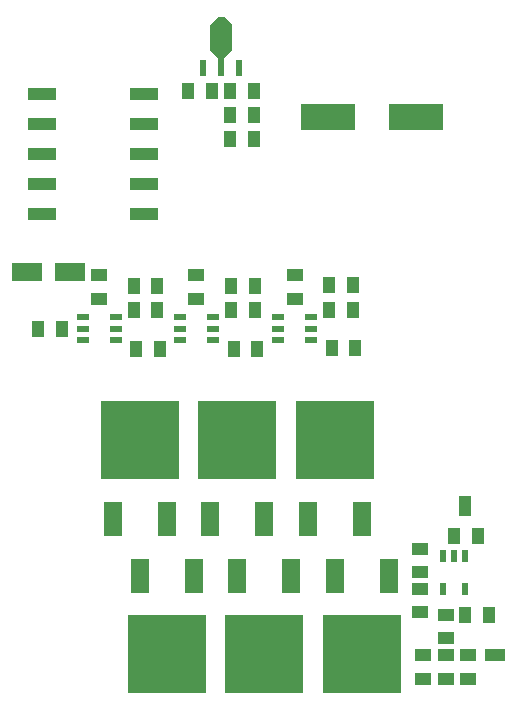
<source format=gtp>
G04*
G04 #@! TF.GenerationSoftware,Altium Limited,Altium Designer,18.1.6 (161)*
G04*
G04 Layer_Color=8421504*
%FSLAX25Y25*%
%MOIN*%
G70*
G01*
G75*
%ADD14R,0.03937X0.05315*%
%ADD15R,0.07087X0.03937*%
%ADD16R,0.04331X0.02362*%
%ADD17R,0.06299X0.11811*%
%ADD18R,0.26378X0.26378*%
%ADD19R,0.05315X0.03937*%
%ADD20R,0.02362X0.03937*%
%ADD21R,0.03937X0.07087*%
%ADD22R,0.18110X0.09055*%
%ADD23R,0.02362X0.05512*%
%ADD24R,0.02362X0.05906*%
%ADD25R,0.09843X0.06299*%
%ADD26R,0.09606X0.04449*%
G36*
X214540Y391815D02*
Y383154D01*
X211981Y380594D01*
X209619D01*
X207060Y383154D01*
Y391815D01*
X209619Y394374D01*
X211981D01*
X214540Y391815D01*
D02*
G37*
D14*
X149863Y290450D02*
D03*
X157737D02*
D03*
X254598Y304856D02*
D03*
X246724D02*
D03*
X221974Y304656D02*
D03*
X214100D02*
D03*
X189530Y304537D02*
D03*
X181656D02*
D03*
X254598Y296800D02*
D03*
X246724D02*
D03*
X221974Y296600D02*
D03*
X214100D02*
D03*
X189530Y296502D02*
D03*
X181656D02*
D03*
X190400Y283800D02*
D03*
X182526D02*
D03*
X222900D02*
D03*
X215026D02*
D03*
X255500Y284000D02*
D03*
X247626D02*
D03*
X296337Y221400D02*
D03*
X288463D02*
D03*
X299974Y195037D02*
D03*
X292100D02*
D03*
X207737Y369531D02*
D03*
X199863D02*
D03*
X213800D02*
D03*
X221674D02*
D03*
X213863Y361531D02*
D03*
X221737D02*
D03*
X213863Y353532D02*
D03*
X221737D02*
D03*
D15*
X302200Y181700D02*
D03*
D16*
X175700Y286526D02*
D03*
Y290463D02*
D03*
Y294400D02*
D03*
X164676D02*
D03*
Y290463D02*
D03*
Y286526D02*
D03*
X208200D02*
D03*
Y290463D02*
D03*
Y294400D02*
D03*
X197176D02*
D03*
Y290463D02*
D03*
Y286526D02*
D03*
X240800D02*
D03*
Y290463D02*
D03*
Y294400D02*
D03*
X229776D02*
D03*
Y290463D02*
D03*
Y286526D02*
D03*
D17*
X174671Y227016D02*
D03*
X192624D02*
D03*
X207171D02*
D03*
X225124D02*
D03*
X239671D02*
D03*
X257624D02*
D03*
X201600Y208000D02*
D03*
X183647D02*
D03*
X234100D02*
D03*
X216147D02*
D03*
X266600D02*
D03*
X248647D02*
D03*
D18*
X183647Y253197D02*
D03*
X216147D02*
D03*
X248647D02*
D03*
X192624Y181819D02*
D03*
X225124D02*
D03*
X257624D02*
D03*
D19*
X170188Y300300D02*
D03*
Y308174D02*
D03*
X202348Y300300D02*
D03*
Y308174D02*
D03*
X235288Y300300D02*
D03*
Y308174D02*
D03*
X293100Y173763D02*
D03*
Y181637D02*
D03*
X285600Y173763D02*
D03*
Y181637D02*
D03*
X278100Y173763D02*
D03*
Y181637D02*
D03*
X276940Y195887D02*
D03*
Y203761D02*
D03*
Y209256D02*
D03*
Y217130D02*
D03*
X285600Y187163D02*
D03*
Y195037D02*
D03*
D20*
X292140Y203787D02*
D03*
X284660D02*
D03*
Y214613D02*
D03*
X288400D02*
D03*
X292140D02*
D03*
D21*
Y231300D02*
D03*
D22*
X275796Y361100D02*
D03*
X246269D02*
D03*
D23*
X204894Y377445D02*
D03*
X216705D02*
D03*
D24*
X210800Y377642D02*
D03*
D25*
X160287Y309300D02*
D03*
X146113D02*
D03*
D26*
X151100Y368800D02*
D03*
Y358800D02*
D03*
Y348800D02*
D03*
Y338800D02*
D03*
Y328800D02*
D03*
X184958Y368800D02*
D03*
Y358800D02*
D03*
Y348800D02*
D03*
Y338800D02*
D03*
Y328800D02*
D03*
M02*

</source>
